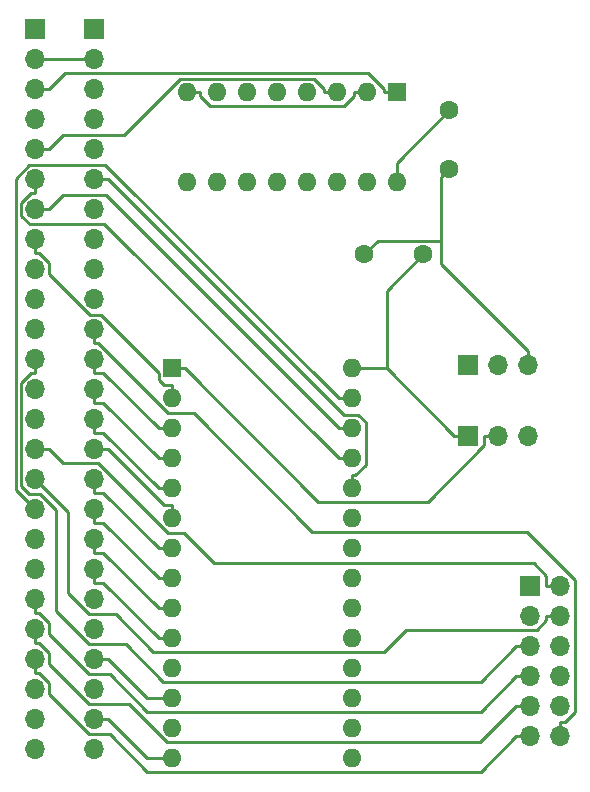
<source format=gbr>
G04 #@! TF.GenerationSoftware,KiCad,Pcbnew,(5.1.5)-3*
G04 #@! TF.CreationDate,2022-06-14T21:30:09+02:00*
G04 #@! TF.ProjectId,PC128S_ExtROM,50433132-3853-45f4-9578-74524f4d2e6b,rev?*
G04 #@! TF.SameCoordinates,Original*
G04 #@! TF.FileFunction,Copper,L2,Bot*
G04 #@! TF.FilePolarity,Positive*
%FSLAX46Y46*%
G04 Gerber Fmt 4.6, Leading zero omitted, Abs format (unit mm)*
G04 Created by KiCad (PCBNEW (5.1.5)-3) date 2022-06-14 21:30:09*
%MOMM*%
%LPD*%
G04 APERTURE LIST*
%ADD10O,1.700000X1.700000*%
%ADD11R,1.700000X1.700000*%
%ADD12C,1.600000*%
%ADD13O,1.600000X1.600000*%
%ADD14R,1.600000X1.600000*%
%ADD15C,0.250000*%
G04 APERTURE END LIST*
D10*
X149000000Y-128634500D03*
X149000000Y-126094500D03*
X149000000Y-123554500D03*
X149000000Y-121014500D03*
X149000000Y-118474500D03*
X149000000Y-115934500D03*
X149000000Y-113394500D03*
X149000000Y-110854500D03*
X149000000Y-108314500D03*
X149000000Y-105774500D03*
X149000000Y-103234500D03*
X149000000Y-100694500D03*
X149000000Y-98154500D03*
X149000000Y-95614500D03*
X149000000Y-93074500D03*
X149000000Y-90534500D03*
X149000000Y-87994500D03*
X149000000Y-85454500D03*
X149000000Y-82914500D03*
X149000000Y-80374500D03*
X149000000Y-77834500D03*
X149000000Y-75294500D03*
X149000000Y-72754500D03*
X149000000Y-70214500D03*
D11*
X149000000Y-67674500D03*
D10*
X144000000Y-128634500D03*
X144000000Y-126094500D03*
X144000000Y-123554500D03*
X144000000Y-121014500D03*
X144000000Y-118474500D03*
X144000000Y-115934500D03*
X144000000Y-113394500D03*
X144000000Y-110854500D03*
X144000000Y-108314500D03*
X144000000Y-105774500D03*
X144000000Y-103234500D03*
X144000000Y-100694500D03*
X144000000Y-98154500D03*
X144000000Y-95614500D03*
X144000000Y-93074500D03*
X144000000Y-90534500D03*
X144000000Y-87994500D03*
X144000000Y-85454500D03*
X144000000Y-82914500D03*
X144000000Y-80374500D03*
X144000000Y-77834500D03*
X144000000Y-75294500D03*
X144000000Y-72754500D03*
X144000000Y-70214500D03*
D11*
X144000000Y-67674500D03*
D12*
X179070000Y-79549000D03*
X179070000Y-74549000D03*
D10*
X185738000Y-96075500D03*
X183198000Y-96075500D03*
D11*
X180658000Y-96075500D03*
D10*
X185738000Y-102108000D03*
X183198000Y-102108000D03*
D11*
X180658000Y-102108000D03*
D13*
X174625000Y-80645000D03*
X156845000Y-73025000D03*
X172085000Y-80645000D03*
X159385000Y-73025000D03*
X169545000Y-80645000D03*
X161925000Y-73025000D03*
X167005000Y-80645000D03*
X164465000Y-73025000D03*
X164465000Y-80645000D03*
X167005000Y-73025000D03*
X161925000Y-80645000D03*
X169545000Y-73025000D03*
X159385000Y-80645000D03*
X172085000Y-73025000D03*
X156845000Y-80645000D03*
D14*
X174625000Y-73025000D03*
D10*
X188468000Y-127508000D03*
X185928000Y-127508000D03*
X188468000Y-124968000D03*
X185928000Y-124968000D03*
X188468000Y-122428000D03*
X185928000Y-122428000D03*
X188468000Y-119888000D03*
X185928000Y-119888000D03*
X188468000Y-117348000D03*
X185928000Y-117348000D03*
X188468000Y-114808000D03*
D11*
X185928000Y-114808000D03*
D12*
X171848000Y-86741000D03*
X176848000Y-86741000D03*
D13*
X170815000Y-96393000D03*
X155575000Y-129413000D03*
X170815000Y-98933000D03*
X155575000Y-126873000D03*
X170815000Y-101473000D03*
X155575000Y-124333000D03*
X170815000Y-104013000D03*
X155575000Y-121793000D03*
X170815000Y-106553000D03*
X155575000Y-119253000D03*
X170815000Y-109093000D03*
X155575000Y-116713000D03*
X170815000Y-111633000D03*
X155575000Y-114173000D03*
X170815000Y-114173000D03*
X155575000Y-111633000D03*
X170815000Y-116713000D03*
X155575000Y-109093000D03*
X170815000Y-119253000D03*
X155575000Y-106553000D03*
X170815000Y-121793000D03*
X155575000Y-104013000D03*
X170815000Y-124333000D03*
X155575000Y-101473000D03*
X170815000Y-126873000D03*
X155575000Y-98933000D03*
X170815000Y-129413000D03*
D14*
X155575000Y-96393000D03*
D15*
X155575000Y-129413000D02*
X153493800Y-129413000D01*
X153493800Y-129413000D02*
X150175300Y-126094500D01*
X178394100Y-85574000D02*
X178394100Y-87556300D01*
X178394100Y-87556300D02*
X185738000Y-94900200D01*
X179070000Y-79549000D02*
X178394100Y-80224900D01*
X178394100Y-80224900D02*
X178394100Y-85574000D01*
X171848000Y-86741000D02*
X173015000Y-85574000D01*
X173015000Y-85574000D02*
X178394100Y-85574000D01*
X185738000Y-96075500D02*
X185738000Y-94900200D01*
X149000000Y-126094500D02*
X150175300Y-126094500D01*
X172085000Y-73025000D02*
X170959700Y-73025000D01*
X156845000Y-73025000D02*
X157970300Y-73025000D01*
X157970300Y-73025000D02*
X157970300Y-73306300D01*
X157970300Y-73306300D02*
X158814300Y-74150300D01*
X158814300Y-74150300D02*
X170115800Y-74150300D01*
X170115800Y-74150300D02*
X170959700Y-73306400D01*
X170959700Y-73306400D02*
X170959700Y-73025000D01*
X174625000Y-80645000D02*
X174625000Y-78994000D01*
X174625000Y-78994000D02*
X179070000Y-74549000D01*
X173767700Y-96393000D02*
X179482700Y-102108000D01*
X170815000Y-96393000D02*
X173767700Y-96393000D01*
X176848000Y-86741000D02*
X173767700Y-89821300D01*
X173767700Y-89821300D02*
X173767700Y-96393000D01*
X180658000Y-102108000D02*
X179482700Y-102108000D01*
X149000000Y-70214500D02*
X144000000Y-70214500D01*
X170815000Y-98933000D02*
X169689700Y-98933000D01*
X169689700Y-98933000D02*
X149939300Y-79182600D01*
X149939300Y-79182600D02*
X143510900Y-79182600D01*
X143510900Y-79182600D02*
X142338700Y-80354800D01*
X142338700Y-80354800D02*
X142338700Y-106653200D01*
X142338700Y-106653200D02*
X144000000Y-108314500D01*
X144000000Y-82914500D02*
X145175300Y-82914500D01*
X170815000Y-101473000D02*
X169689700Y-101473000D01*
X169689700Y-101473000D02*
X149955900Y-81739200D01*
X149955900Y-81739200D02*
X146350600Y-81739200D01*
X146350600Y-81739200D02*
X145175300Y-82914500D01*
X155575000Y-124333000D02*
X153493800Y-124333000D01*
X153493800Y-124333000D02*
X150175300Y-121014500D01*
X149000000Y-121014500D02*
X150175300Y-121014500D01*
X144000000Y-80374500D02*
X144000000Y-81549800D01*
X170815000Y-104013000D02*
X169689700Y-104013000D01*
X169689700Y-104013000D02*
X149861200Y-84184500D01*
X149861200Y-84184500D02*
X143526000Y-84184500D01*
X143526000Y-84184500D02*
X142824700Y-83483200D01*
X142824700Y-83483200D02*
X142824700Y-82357700D01*
X142824700Y-82357700D02*
X143632600Y-81549800D01*
X143632600Y-81549800D02*
X144000000Y-81549800D01*
X149000000Y-80374500D02*
X150175300Y-80374500D01*
X170815000Y-106553000D02*
X170815000Y-105427700D01*
X170815000Y-105427700D02*
X171096300Y-105427700D01*
X171096300Y-105427700D02*
X171971700Y-104552300D01*
X171971700Y-104552300D02*
X171971700Y-100979200D01*
X171971700Y-100979200D02*
X171340100Y-100347600D01*
X171340100Y-100347600D02*
X170148400Y-100347600D01*
X170148400Y-100347600D02*
X150175300Y-80374500D01*
X149000000Y-113394500D02*
X149000000Y-114569800D01*
X155575000Y-119253000D02*
X154449700Y-119253000D01*
X154449700Y-119253000D02*
X149766500Y-114569800D01*
X149766500Y-114569800D02*
X149000000Y-114569800D01*
X149000000Y-110854500D02*
X149000000Y-112029800D01*
X155575000Y-116713000D02*
X154449700Y-116713000D01*
X154449700Y-116713000D02*
X149766500Y-112029800D01*
X149766500Y-112029800D02*
X149000000Y-112029800D01*
X149000000Y-108314500D02*
X149000000Y-109489800D01*
X155575000Y-114173000D02*
X154449700Y-114173000D01*
X154449700Y-114173000D02*
X149766500Y-109489800D01*
X149766500Y-109489800D02*
X149000000Y-109489800D01*
X149000000Y-105774500D02*
X149000000Y-106949800D01*
X155575000Y-111633000D02*
X154449700Y-111633000D01*
X154449700Y-111633000D02*
X149766500Y-106949800D01*
X149766500Y-106949800D02*
X149000000Y-106949800D01*
X155575000Y-109093000D02*
X155575000Y-107967700D01*
X149000000Y-103234500D02*
X150175300Y-103234500D01*
X155575000Y-107967700D02*
X154908500Y-107967700D01*
X154908500Y-107967700D02*
X150175300Y-103234500D01*
X149000000Y-100694500D02*
X149000000Y-101869800D01*
X155575000Y-106553000D02*
X154449700Y-106553000D01*
X154449700Y-106553000D02*
X149766500Y-101869800D01*
X149766500Y-101869800D02*
X149000000Y-101869800D01*
X149000000Y-98154500D02*
X149000000Y-99329800D01*
X155575000Y-104013000D02*
X154449700Y-104013000D01*
X154449700Y-104013000D02*
X149766500Y-99329800D01*
X149766500Y-99329800D02*
X149000000Y-99329800D01*
X149000000Y-95614500D02*
X149000000Y-96789800D01*
X155575000Y-101473000D02*
X154449700Y-101473000D01*
X154449700Y-101473000D02*
X149766500Y-96789800D01*
X149766500Y-96789800D02*
X149000000Y-96789800D01*
X144000000Y-85454500D02*
X144000000Y-86629800D01*
X155575000Y-98933000D02*
X155575000Y-97807700D01*
X155575000Y-97807700D02*
X154908000Y-97807700D01*
X154908000Y-97807700D02*
X154449700Y-97349400D01*
X154449700Y-97349400D02*
X154449700Y-96796200D01*
X154449700Y-96796200D02*
X149537500Y-91884000D01*
X149537500Y-91884000D02*
X148669500Y-91884000D01*
X148669500Y-91884000D02*
X145175300Y-88389800D01*
X145175300Y-88389800D02*
X145175300Y-87437700D01*
X145175300Y-87437700D02*
X144367400Y-86629800D01*
X144367400Y-86629800D02*
X144000000Y-86629800D01*
X144000000Y-77834500D02*
X145175300Y-77834500D01*
X169545000Y-73025000D02*
X168419700Y-73025000D01*
X168419700Y-73025000D02*
X168419700Y-72743700D01*
X168419700Y-72743700D02*
X167575600Y-71899600D01*
X167575600Y-71899600D02*
X156282400Y-71899600D01*
X156282400Y-71899600D02*
X151522800Y-76659200D01*
X151522800Y-76659200D02*
X146350600Y-76659200D01*
X146350600Y-76659200D02*
X145175300Y-77834500D01*
X144000000Y-118474500D02*
X144000000Y-119649800D01*
X185928000Y-124968000D02*
X184752700Y-124968000D01*
X184752700Y-124968000D02*
X181679100Y-128041600D01*
X181679100Y-128041600D02*
X155145000Y-128041600D01*
X155145000Y-128041600D02*
X151927900Y-124824500D01*
X151927900Y-124824500D02*
X148572200Y-124824500D01*
X148572200Y-124824500D02*
X145175300Y-121427600D01*
X145175300Y-121427600D02*
X145175300Y-120457700D01*
X145175300Y-120457700D02*
X144367400Y-119649800D01*
X144367400Y-119649800D02*
X144000000Y-119649800D01*
X184752700Y-122428000D02*
X181715300Y-125465400D01*
X181715300Y-125465400D02*
X153506600Y-125465400D01*
X153506600Y-125465400D02*
X150325700Y-122284500D01*
X150325700Y-122284500D02*
X148572200Y-122284500D01*
X148572200Y-122284500D02*
X145175300Y-118887600D01*
X145175300Y-118887600D02*
X145175300Y-117917700D01*
X145175300Y-117917700D02*
X144367400Y-117109800D01*
X144367400Y-117109800D02*
X144000000Y-117109800D01*
X144000000Y-115934500D02*
X144000000Y-117109800D01*
X185928000Y-122428000D02*
X184752700Y-122428000D01*
X188468000Y-117348000D02*
X187292700Y-117348000D01*
X187292700Y-117348000D02*
X187292700Y-117715400D01*
X187292700Y-117715400D02*
X186484800Y-118523300D01*
X186484800Y-118523300D02*
X175356800Y-118523300D01*
X175356800Y-118523300D02*
X173500600Y-120379500D01*
X173500600Y-120379500D02*
X153978600Y-120379500D01*
X153978600Y-120379500D02*
X150803600Y-117204500D01*
X150803600Y-117204500D02*
X148569300Y-117204500D01*
X148569300Y-117204500D02*
X146818500Y-115453700D01*
X146818500Y-115453700D02*
X146818500Y-108593000D01*
X146818500Y-108593000D02*
X144000000Y-105774500D01*
X144000000Y-103234500D02*
X145175300Y-103234500D01*
X188468000Y-114808000D02*
X187292700Y-114808000D01*
X187292700Y-114808000D02*
X187292700Y-114000000D01*
X187292700Y-114000000D02*
X186195700Y-112903000D01*
X186195700Y-112903000D02*
X159127900Y-112903000D01*
X159127900Y-112903000D02*
X156587900Y-110363000D01*
X156587900Y-110363000D02*
X155250900Y-110363000D01*
X155250900Y-110363000D02*
X149297700Y-104409800D01*
X149297700Y-104409800D02*
X146350600Y-104409800D01*
X146350600Y-104409800D02*
X145175300Y-103234500D01*
X144000000Y-96789800D02*
X143632600Y-96789800D01*
X143632600Y-96789800D02*
X142824700Y-97597700D01*
X142824700Y-97597700D02*
X142824700Y-106358800D01*
X142824700Y-106358800D02*
X143510400Y-107044500D01*
X143510400Y-107044500D02*
X144392300Y-107044500D01*
X144392300Y-107044500D02*
X145729700Y-108381900D01*
X145729700Y-108381900D02*
X145729700Y-116930300D01*
X145729700Y-116930300D02*
X148543900Y-119744500D01*
X148543900Y-119744500D02*
X151663300Y-119744500D01*
X151663300Y-119744500D02*
X154839800Y-122921000D01*
X154839800Y-122921000D02*
X181719700Y-122921000D01*
X181719700Y-122921000D02*
X184752700Y-119888000D01*
X144000000Y-95614500D02*
X144000000Y-96789800D01*
X185928000Y-119888000D02*
X184752700Y-119888000D01*
X144000000Y-72754500D02*
X145175300Y-72754500D01*
X174625000Y-73025000D02*
X173499700Y-73025000D01*
X173499700Y-73025000D02*
X173499700Y-72743700D01*
X173499700Y-72743700D02*
X172145900Y-71389900D01*
X172145900Y-71389900D02*
X146539900Y-71389900D01*
X146539900Y-71389900D02*
X145175300Y-72754500D01*
X184752700Y-127508000D02*
X181718100Y-130542600D01*
X181718100Y-130542600D02*
X153503800Y-130542600D01*
X153503800Y-130542600D02*
X150325700Y-127364500D01*
X150325700Y-127364500D02*
X148572200Y-127364500D01*
X148572200Y-127364500D02*
X145175300Y-123967600D01*
X145175300Y-123967600D02*
X145175300Y-122997700D01*
X145175300Y-122997700D02*
X144367400Y-122189800D01*
X144367400Y-122189800D02*
X144000000Y-122189800D01*
X144000000Y-121014500D02*
X144000000Y-122189800D01*
X185928000Y-127508000D02*
X184752700Y-127508000D01*
X149000000Y-93074500D02*
X149000000Y-94249800D01*
X188468000Y-127508000D02*
X188468000Y-126332700D01*
X188468000Y-126332700D02*
X188835300Y-126332700D01*
X188835300Y-126332700D02*
X189675500Y-125492500D01*
X189675500Y-125492500D02*
X189675500Y-114279000D01*
X189675500Y-114279000D02*
X185614800Y-110218300D01*
X185614800Y-110218300D02*
X167431700Y-110218300D01*
X167431700Y-110218300D02*
X157416400Y-100203000D01*
X157416400Y-100203000D02*
X155250800Y-100203000D01*
X155250800Y-100203000D02*
X149297600Y-94249800D01*
X149297600Y-94249800D02*
X149000000Y-94249800D01*
X155575000Y-96393000D02*
X156700300Y-96393000D01*
X183198000Y-102108000D02*
X182022700Y-102108000D01*
X182022700Y-102108000D02*
X182022700Y-102916000D01*
X182022700Y-102916000D02*
X177258100Y-107680600D01*
X177258100Y-107680600D02*
X167987900Y-107680600D01*
X167987900Y-107680600D02*
X156700300Y-96393000D01*
M02*

</source>
